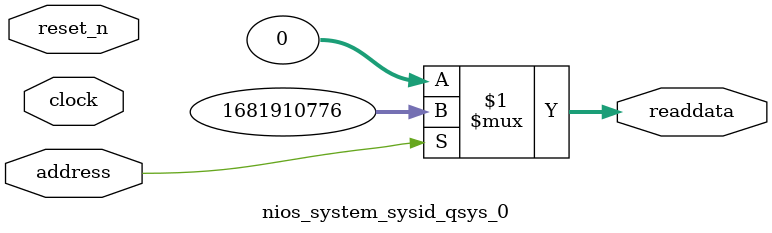
<source format=v>



// synthesis translate_off
`timescale 1ns / 1ps
// synthesis translate_on

// turn off superfluous verilog processor warnings 
// altera message_level Level1 
// altera message_off 10034 10035 10036 10037 10230 10240 10030 

module nios_system_sysid_qsys_0 (
               // inputs:
                address,
                clock,
                reset_n,

               // outputs:
                readdata
             )
;

  output  [ 31: 0] readdata;
  input            address;
  input            clock;
  input            reset_n;

  wire    [ 31: 0] readdata;
  //control_slave, which is an e_avalon_slave
  assign readdata = address ? 1681910776 : 0;

endmodule



</source>
